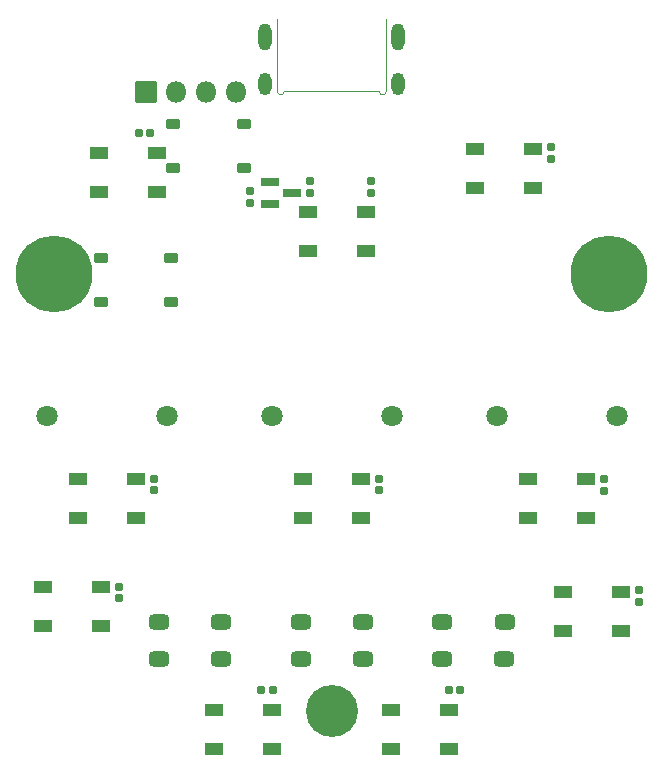
<source format=gbr>
%TF.GenerationSoftware,KiCad,Pcbnew,(7.0.0-0)*%
%TF.CreationDate,2023-04-23T04:16:38-05:00*%
%TF.ProjectId,RP2040_minimal,52503230-3430-45f6-9d69-6e696d616c2e,REV1*%
%TF.SameCoordinates,Original*%
%TF.FileFunction,Soldermask,Bot*%
%TF.FilePolarity,Negative*%
%FSLAX46Y46*%
G04 Gerber Fmt 4.6, Leading zero omitted, Abs format (unit mm)*
G04 Created by KiCad (PCBNEW (7.0.0-0)) date 2023-04-23 04:16:38*
%MOMM*%
%LPD*%
G01*
G04 APERTURE LIST*
G04 Aperture macros list*
%AMRoundRect*
0 Rectangle with rounded corners*
0 $1 Rounding radius*
0 $2 $3 $4 $5 $6 $7 $8 $9 X,Y pos of 4 corners*
0 Add a 4 corners polygon primitive as box body*
4,1,4,$2,$3,$4,$5,$6,$7,$8,$9,$2,$3,0*
0 Add four circle primitives for the rounded corners*
1,1,$1+$1,$2,$3*
1,1,$1+$1,$4,$5*
1,1,$1+$1,$6,$7*
1,1,$1+$1,$8,$9*
0 Add four rect primitives between the rounded corners*
20,1,$1+$1,$2,$3,$4,$5,0*
20,1,$1+$1,$4,$5,$6,$7,0*
20,1,$1+$1,$6,$7,$8,$9,0*
20,1,$1+$1,$8,$9,$2,$3,0*%
G04 Aperture macros list end*
%TA.AperFunction,Profile*%
%ADD10C,0.120000*%
%TD*%
%ADD11O,1.102000X1.902000*%
%ADD12O,1.102000X2.302000*%
%ADD13RoundRect,0.051000X0.850000X-0.850000X0.850000X0.850000X-0.850000X0.850000X-0.850000X-0.850000X0*%
%ADD14O,1.802000X1.802000*%
%ADD15RoundRect,0.351000X0.500000X0.300000X-0.500000X0.300000X-0.500000X-0.300000X0.500000X-0.300000X0*%
%ADD16RoundRect,0.051000X0.750000X0.450000X-0.750000X0.450000X-0.750000X-0.450000X0.750000X-0.450000X0*%
%ADD17RoundRect,0.051000X0.500000X0.375000X-0.500000X0.375000X-0.500000X-0.375000X0.500000X-0.375000X0*%
%ADD18RoundRect,0.191000X-0.170000X0.140000X-0.170000X-0.140000X0.170000X-0.140000X0.170000X0.140000X0*%
%ADD19RoundRect,0.186000X-0.185000X0.135000X-0.185000X-0.135000X0.185000X-0.135000X0.185000X0.135000X0*%
%ADD20C,4.402000*%
%ADD21RoundRect,0.191000X0.140000X0.170000X-0.140000X0.170000X-0.140000X-0.170000X0.140000X-0.170000X0*%
%ADD22C,1.802000*%
%ADD23C,6.502000*%
%ADD24RoundRect,0.191000X0.170000X-0.140000X0.170000X0.140000X-0.170000X0.140000X-0.170000X-0.140000X0*%
%ADD25RoundRect,0.186000X0.185000X-0.135000X0.185000X0.135000X-0.185000X0.135000X-0.185000X-0.135000X0*%
%ADD26RoundRect,0.201000X-0.587500X-0.150000X0.587500X-0.150000X0.587500X0.150000X-0.587500X0.150000X0*%
%ADD27RoundRect,0.191000X-0.140000X-0.170000X0.140000X-0.170000X0.140000X0.170000X-0.140000X0.170000X0*%
G04 APERTURE END LIST*
D10*
%TO.C,P1*%
X4620000Y27520000D02*
X4625000Y33620000D01*
X4025000Y27495000D02*
X-4025000Y27495000D01*
X-4620000Y27520000D02*
X-4625000Y33620000D01*
X4025000Y27495000D02*
G75*
G03*
X4620000Y27520000I297500J12500D01*
G01*
X-4620000Y27520000D02*
G75*
G03*
X-4025000Y27495000I297500J-12500D01*
G01*
%TD*%
D11*
%TO.C,P1*%
X5619999Y28119999D03*
D12*
X5619999Y32119999D03*
D11*
X-5619999Y28119999D03*
D12*
X-5619999Y32119999D03*
%TD*%
D13*
%TO.C,J1*%
X-15710000Y27420000D03*
D14*
X-13169999Y27419999D03*
X-10629999Y27419999D03*
X-8089999Y27419999D03*
%TD*%
D15*
%TO.C,SW4*%
X14650000Y-17400000D03*
X9375000Y-17400000D03*
X14625000Y-20600000D03*
X9375000Y-20600000D03*
%TD*%
D16*
%TO.C,D10*%
X-14820000Y22320000D03*
X-14820000Y19020000D03*
X-19720000Y19020000D03*
X-19720000Y22320000D03*
%TD*%
D17*
%TO.C,SW1*%
X-7430000Y24775000D03*
X-13430000Y24775000D03*
X-7430000Y21025000D03*
X-13430000Y21025000D03*
%TD*%
D18*
%TO.C,C33*%
X-18000000Y-14470000D03*
X-18000000Y-15430000D03*
%TD*%
D19*
%TO.C,R8*%
X-6932500Y19100000D03*
X-6932500Y18080000D03*
%TD*%
D20*
%TO.C,H3*%
X0Y-25000000D03*
%TD*%
D21*
%TO.C,C34*%
X-15370000Y23970000D03*
X-16330000Y23970000D03*
%TD*%
D15*
%TO.C,SW3*%
X-9350000Y-17400000D03*
X-14625000Y-17400000D03*
X-9375000Y-20600000D03*
X-14625000Y-20600000D03*
%TD*%
D22*
%TO.C,REF\u002A\u002A*%
X24130000Y0D03*
X13970000Y0D03*
%TD*%
D18*
%TO.C,C27*%
X23020000Y-5350000D03*
X23020000Y-6310000D03*
%TD*%
D16*
%TO.C,D1*%
X-16600000Y-5350000D03*
X-16600000Y-8650000D03*
X-21500000Y-8650000D03*
X-21500000Y-5350000D03*
%TD*%
D18*
%TO.C,C25*%
X-15050000Y-5320000D03*
X-15050000Y-6280000D03*
%TD*%
D22*
%TO.C,REF\u002A\u002A*%
X5080000Y0D03*
X-5080000Y0D03*
%TD*%
D18*
%TO.C,C29*%
X18560000Y22750000D03*
X18560000Y21790000D03*
%TD*%
D23*
%TO.C,H2*%
X-23500000Y12000000D03*
%TD*%
D18*
%TO.C,C26*%
X3960000Y-5310000D03*
X3960000Y-6270000D03*
%TD*%
D21*
%TO.C,C32*%
X-5010000Y-23170000D03*
X-5970000Y-23170000D03*
%TD*%
D16*
%TO.C,D3*%
X21500000Y-5350000D03*
X21500000Y-8650000D03*
X16600000Y-8650000D03*
X16600000Y-5350000D03*
%TD*%
D23*
%TO.C,H1*%
X23500000Y12000000D03*
%TD*%
D17*
%TO.C,SW2*%
X-13570000Y13430000D03*
X-19570000Y13430000D03*
X-13570000Y9680000D03*
X-19570000Y9680000D03*
%TD*%
D16*
%TO.C,D2*%
X2450000Y-5350000D03*
X2450000Y-8650000D03*
X-2450000Y-8650000D03*
X-2450000Y-5350000D03*
%TD*%
D18*
%TO.C,C30*%
X26045000Y-14745000D03*
X26045000Y-15705000D03*
%TD*%
D15*
%TO.C,SW5*%
X2650000Y-17400000D03*
X-2625000Y-17400000D03*
X2625000Y-20600000D03*
X-2625000Y-20600000D03*
%TD*%
D16*
%TO.C,D4*%
X2880000Y17260000D03*
X2880000Y13960000D03*
X-2020000Y13960000D03*
X-2020000Y17260000D03*
%TD*%
D24*
%TO.C,C28*%
X3360000Y18920000D03*
X3360000Y19880000D03*
%TD*%
D25*
%TO.C,R9*%
X-1805000Y18895000D03*
X-1805000Y19915000D03*
%TD*%
D22*
%TO.C,REF\u002A\u002A*%
X-13970000Y0D03*
X-24130000Y0D03*
%TD*%
D16*
%TO.C,D8*%
X-5050000Y-24850000D03*
X-5050000Y-28150000D03*
X-9950000Y-28150000D03*
X-9950000Y-24850000D03*
%TD*%
%TO.C,D9*%
X-19580000Y-14450000D03*
X-19580000Y-17750000D03*
X-24480000Y-17750000D03*
X-24480000Y-14450000D03*
%TD*%
D26*
%TO.C,Q1*%
X-5230000Y17930000D03*
X-5230000Y19830000D03*
X-3355000Y18880000D03*
%TD*%
D16*
%TO.C,D6*%
X24475000Y-14855000D03*
X24475000Y-18155000D03*
X19575000Y-18155000D03*
X19575000Y-14855000D03*
%TD*%
%TO.C,D7*%
X9950000Y-24850000D03*
X9950000Y-28150000D03*
X5050000Y-28150000D03*
X5050000Y-24850000D03*
%TD*%
%TO.C,D5*%
X17060000Y22630000D03*
X17060000Y19330000D03*
X12160000Y19330000D03*
X12160000Y22630000D03*
%TD*%
D27*
%TO.C,C31*%
X9890000Y-23200000D03*
X10850000Y-23200000D03*
%TD*%
M02*

</source>
